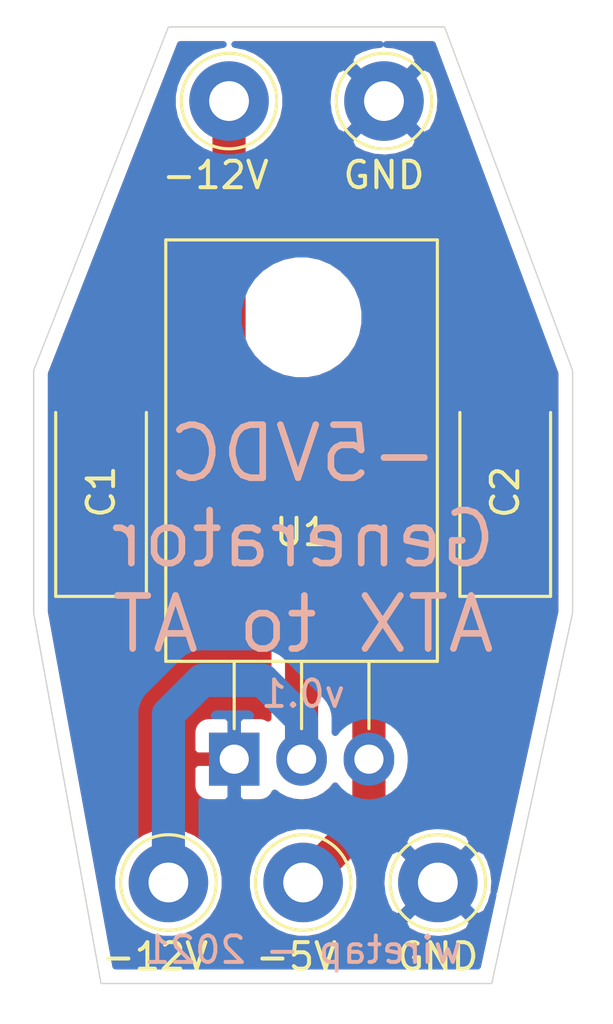
<source format=kicad_pcb>
(kicad_pcb (version 20171130) (host pcbnew "(5.1.6)-1")

  (general
    (thickness 1.6)
    (drawings 12)
    (tracks 14)
    (zones 0)
    (modules 8)
    (nets 4)
  )

  (page A4)
  (layers
    (0 F.Cu signal)
    (31 B.Cu signal)
    (32 B.Adhes user)
    (33 F.Adhes user)
    (34 B.Paste user)
    (35 F.Paste user)
    (36 B.SilkS user)
    (37 F.SilkS user)
    (38 B.Mask user)
    (39 F.Mask user)
    (40 Dwgs.User user)
    (41 Cmts.User user)
    (42 Eco1.User user)
    (43 Eco2.User user)
    (44 Edge.Cuts user)
    (45 Margin user)
    (46 B.CrtYd user)
    (47 F.CrtYd user)
    (48 B.Fab user)
    (49 F.Fab user)
  )

  (setup
    (last_trace_width 1.25)
    (user_trace_width 1.25)
    (user_trace_width 2)
    (trace_clearance 0.2)
    (zone_clearance 0.508)
    (zone_45_only no)
    (trace_min 0.2)
    (via_size 0.8)
    (via_drill 0.4)
    (via_min_size 0.4)
    (via_min_drill 0.3)
    (uvia_size 0.3)
    (uvia_drill 0.1)
    (uvias_allowed no)
    (uvia_min_size 0.2)
    (uvia_min_drill 0.1)
    (edge_width 0.05)
    (segment_width 0.2)
    (pcb_text_width 0.3)
    (pcb_text_size 1.5 1.5)
    (mod_edge_width 0.12)
    (mod_text_size 1 1)
    (mod_text_width 0.15)
    (pad_size 1.524 1.524)
    (pad_drill 0.762)
    (pad_to_mask_clearance 0.05)
    (aux_axis_origin 0 0)
    (visible_elements 7FFFFFFF)
    (pcbplotparams
      (layerselection 0x010fc_ffffffff)
      (usegerberextensions false)
      (usegerberattributes true)
      (usegerberadvancedattributes true)
      (creategerberjobfile true)
      (excludeedgelayer true)
      (linewidth 0.100000)
      (plotframeref false)
      (viasonmask false)
      (mode 1)
      (useauxorigin false)
      (hpglpennumber 1)
      (hpglpenspeed 20)
      (hpglpendiameter 15.000000)
      (psnegative false)
      (psa4output false)
      (plotreference true)
      (plotvalue true)
      (plotinvisibletext false)
      (padsonsilk false)
      (subtractmaskfromsilk false)
      (outputformat 1)
      (mirror false)
      (drillshape 0)
      (scaleselection 1)
      (outputdirectory "//192.168.1.100/Personal/Charlie/~Retro/~PCB's and Kits/-5V ATX to AT/ATX2AT-5v/gerbers/"))
  )

  (net 0 "")
  (net 1 "Net-(C1-Pad1)")
  (net 2 "Net-(C1-Pad2)")
  (net 3 "Net-(C2-Pad2)")

  (net_class Default "This is the default net class."
    (clearance 0.2)
    (trace_width 0.25)
    (via_dia 0.8)
    (via_drill 0.4)
    (uvia_dia 0.3)
    (uvia_drill 0.1)
    (add_net "Net-(C1-Pad1)")
    (add_net "Net-(C1-Pad2)")
    (add_net "Net-(C2-Pad2)")
  )

  (module Capacitor_Tantalum_SMD:CP_EIA-6032-28_Kemet-C_Pad2.25x2.35mm_HandSolder (layer F.Cu) (tedit 5B301BBE) (tstamp 60A583A5)
    (at 121.92 78.242 90)
    (descr "Tantalum Capacitor SMD Kemet-C (6032-28 Metric), IPC_7351 nominal, (Body size from: http://www.kemet.com/Lists/ProductCatalog/Attachments/253/KEM_TC101_STD.pdf), generated with kicad-footprint-generator")
    (tags "capacitor tantalum")
    (path /60A5DFEE)
    (attr smd)
    (fp_text reference C1 (at 0.01 0 90) (layer F.SilkS)
      (effects (font (size 1 1) (thickness 0.15)))
    )
    (fp_text value 2.2uF (at 0 2.55 90) (layer F.Fab)
      (effects (font (size 1 1) (thickness 0.15)))
    )
    (fp_line (start 3.92 1.85) (end -3.92 1.85) (layer F.CrtYd) (width 0.05))
    (fp_line (start 3.92 -1.85) (end 3.92 1.85) (layer F.CrtYd) (width 0.05))
    (fp_line (start -3.92 -1.85) (end 3.92 -1.85) (layer F.CrtYd) (width 0.05))
    (fp_line (start -3.92 1.85) (end -3.92 -1.85) (layer F.CrtYd) (width 0.05))
    (fp_line (start -3.935 1.71) (end 3 1.71) (layer F.SilkS) (width 0.12))
    (fp_line (start -3.935 -1.71) (end -3.935 1.71) (layer F.SilkS) (width 0.12))
    (fp_line (start 3 -1.71) (end -3.935 -1.71) (layer F.SilkS) (width 0.12))
    (fp_line (start 3 1.6) (end 3 -1.6) (layer F.Fab) (width 0.1))
    (fp_line (start -3 1.6) (end 3 1.6) (layer F.Fab) (width 0.1))
    (fp_line (start -3 -0.8) (end -3 1.6) (layer F.Fab) (width 0.1))
    (fp_line (start -2.2 -1.6) (end -3 -0.8) (layer F.Fab) (width 0.1))
    (fp_line (start 3 -1.6) (end -2.2 -1.6) (layer F.Fab) (width 0.1))
    (fp_text user %R (at 0 0 90) (layer F.Fab)
      (effects (font (size 1 1) (thickness 0.15)))
    )
    (pad 1 smd roundrect (at -2.55 0 90) (size 2.25 2.35) (layers F.Cu F.Paste F.Mask) (roundrect_rratio 0.111111)
      (net 1 "Net-(C1-Pad1)"))
    (pad 2 smd roundrect (at 2.55 0 90) (size 2.25 2.35) (layers F.Cu F.Paste F.Mask) (roundrect_rratio 0.111111)
      (net 2 "Net-(C1-Pad2)"))
    (model ${KISYS3DMOD}/Capacitor_Tantalum_SMD.3dshapes/CP_EIA-6032-28_Kemet-C.wrl
      (at (xyz 0 0 0))
      (scale (xyz 1 1 1))
      (rotate (xyz 0 0 0))
    )
  )

  (module Capacitor_Tantalum_SMD:CP_EIA-6032-28_Kemet-C_Pad2.25x2.35mm_HandSolder (layer F.Cu) (tedit 5B301BBE) (tstamp 60A583B8)
    (at 137.16 78.242 90)
    (descr "Tantalum Capacitor SMD Kemet-C (6032-28 Metric), IPC_7351 nominal, (Body size from: http://www.kemet.com/Lists/ProductCatalog/Attachments/253/KEM_TC101_STD.pdf), generated with kicad-footprint-generator")
    (tags "capacitor tantalum")
    (path /60A5E80A)
    (attr smd)
    (fp_text reference C2 (at 0 0 90) (layer F.SilkS)
      (effects (font (size 1 1) (thickness 0.15)))
    )
    (fp_text value 1uF (at 0 2.55 90) (layer F.Fab)
      (effects (font (size 1 1) (thickness 0.15)))
    )
    (fp_line (start 3 -1.6) (end -2.2 -1.6) (layer F.Fab) (width 0.1))
    (fp_line (start -2.2 -1.6) (end -3 -0.8) (layer F.Fab) (width 0.1))
    (fp_line (start -3 -0.8) (end -3 1.6) (layer F.Fab) (width 0.1))
    (fp_line (start -3 1.6) (end 3 1.6) (layer F.Fab) (width 0.1))
    (fp_line (start 3 1.6) (end 3 -1.6) (layer F.Fab) (width 0.1))
    (fp_line (start 3 -1.71) (end -3.935 -1.71) (layer F.SilkS) (width 0.12))
    (fp_line (start -3.935 -1.71) (end -3.935 1.71) (layer F.SilkS) (width 0.12))
    (fp_line (start -3.935 1.71) (end 3 1.71) (layer F.SilkS) (width 0.12))
    (fp_line (start -3.92 1.85) (end -3.92 -1.85) (layer F.CrtYd) (width 0.05))
    (fp_line (start -3.92 -1.85) (end 3.92 -1.85) (layer F.CrtYd) (width 0.05))
    (fp_line (start 3.92 -1.85) (end 3.92 1.85) (layer F.CrtYd) (width 0.05))
    (fp_line (start 3.92 1.85) (end -3.92 1.85) (layer F.CrtYd) (width 0.05))
    (fp_text user %R (at 0 0 90) (layer F.Fab)
      (effects (font (size 1 1) (thickness 0.15)))
    )
    (pad 2 smd roundrect (at 2.55 0 90) (size 2.25 2.35) (layers F.Cu F.Paste F.Mask) (roundrect_rratio 0.111111)
      (net 3 "Net-(C2-Pad2)"))
    (pad 1 smd roundrect (at -2.55 0 90) (size 2.25 2.35) (layers F.Cu F.Paste F.Mask) (roundrect_rratio 0.111111)
      (net 1 "Net-(C1-Pad1)"))
    (model ${KISYS3DMOD}/Capacitor_Tantalum_SMD.3dshapes/CP_EIA-6032-28_Kemet-C.wrl
      (at (xyz 0 0 0))
      (scale (xyz 1 1 1))
      (rotate (xyz 0 0 0))
    )
  )

  (module Connector_Pin:Pin_D1.3mm_L11.0mm_LooseFit (layer F.Cu) (tedit 5A1DC085) (tstamp 60A583C2)
    (at 126.746 63.5)
    (descr "solder Pin_ diameter 1.3mm, hole diameter 1.5mm (loose fit), length 11.0mm")
    (tags "solder Pin_ loose fit")
    (path /60A634BC)
    (fp_text reference -12V (at -0.508 2.794) (layer F.SilkS)
      (effects (font (size 1 1) (thickness 0.15)))
    )
    (fp_text value Conn_01x01 (at 0 -2.05) (layer F.Fab)
      (effects (font (size 1 1) (thickness 0.15)))
    )
    (fp_circle (center 0 0) (end 2 0) (layer F.CrtYd) (width 0.05))
    (fp_circle (center 0 0) (end 0.65 -0.05) (layer F.Fab) (width 0.12))
    (fp_circle (center 0 0) (end 1.25 -0.05) (layer F.Fab) (width 0.12))
    (fp_circle (center 0 0) (end 1.8 0.05) (layer F.SilkS) (width 0.12))
    (fp_text user %R (at 0 2.55) (layer F.Fab)
      (effects (font (size 1 1) (thickness 0.15)))
    )
    (pad 1 thru_hole circle (at 0 0) (size 3 3) (drill 1.5) (layers *.Cu *.Mask)
      (net 2 "Net-(C1-Pad2)"))
    (model ${KISYS3DMOD}/Connector_Pin.3dshapes/Pin_D1.3mm_L11.0mm_LooseFit.wrl
      (at (xyz 0 0 0))
      (scale (xyz 1 1 1))
      (rotate (xyz 0 0 0))
    )
  )

  (module Connector_Pin:Pin_D1.3mm_L11.0mm_LooseFit (layer F.Cu) (tedit 5A1DC085) (tstamp 60A583CC)
    (at 132.588 63.5)
    (descr "solder Pin_ diameter 1.3mm, hole diameter 1.5mm (loose fit), length 11.0mm")
    (tags "solder Pin_ loose fit")
    (path /60A61F7E)
    (fp_text reference GND (at 0 2.794) (layer F.SilkS)
      (effects (font (size 1 1) (thickness 0.15)))
    )
    (fp_text value Conn_01x01 (at 0 -2.05) (layer F.Fab)
      (effects (font (size 1 1) (thickness 0.15)))
    )
    (fp_circle (center 0 0) (end 1.8 0.05) (layer F.SilkS) (width 0.12))
    (fp_circle (center 0 0) (end 1.25 -0.05) (layer F.Fab) (width 0.12))
    (fp_circle (center 0 0) (end 0.65 -0.05) (layer F.Fab) (width 0.12))
    (fp_circle (center 0 0) (end 2 0) (layer F.CrtYd) (width 0.05))
    (fp_text user %R (at 0 2.55) (layer F.Fab)
      (effects (font (size 1 1) (thickness 0.15)))
    )
    (pad 1 thru_hole circle (at 0 0) (size 3 3) (drill 1.5) (layers *.Cu *.Mask)
      (net 1 "Net-(C1-Pad1)"))
    (model ${KISYS3DMOD}/Connector_Pin.3dshapes/Pin_D1.3mm_L11.0mm_LooseFit.wrl
      (at (xyz 0 0 0))
      (scale (xyz 1 1 1))
      (rotate (xyz 0 0 0))
    )
  )

  (module Connector_Pin:Pin_D1.3mm_L11.0mm_LooseFit (layer F.Cu) (tedit 5A1DC085) (tstamp 60A583D6)
    (at 124.46 92.964)
    (descr "solder Pin_ diameter 1.3mm, hole diameter 1.5mm (loose fit), length 11.0mm")
    (tags "solder Pin_ loose fit")
    (path /60A6B338)
    (fp_text reference -12V (at -0.508 2.794) (layer F.SilkS)
      (effects (font (size 1 1) (thickness 0.15)))
    )
    (fp_text value Conn_01x01 (at 0 -2.05) (layer F.Fab)
      (effects (font (size 1 1) (thickness 0.15)))
    )
    (fp_circle (center 0 0) (end 1.8 0.05) (layer F.SilkS) (width 0.12))
    (fp_circle (center 0 0) (end 1.25 -0.05) (layer F.Fab) (width 0.12))
    (fp_circle (center 0 0) (end 0.65 -0.05) (layer F.Fab) (width 0.12))
    (fp_circle (center 0 0) (end 2 0) (layer F.CrtYd) (width 0.05))
    (fp_text user %R (at 0 2.55) (layer F.Fab)
      (effects (font (size 1 1) (thickness 0.15)))
    )
    (pad 1 thru_hole circle (at 0 0) (size 3 3) (drill 1.5) (layers *.Cu *.Mask)
      (net 2 "Net-(C1-Pad2)"))
    (model ${KISYS3DMOD}/Connector_Pin.3dshapes/Pin_D1.3mm_L11.0mm_LooseFit.wrl
      (at (xyz 0 0 0))
      (scale (xyz 1 1 1))
      (rotate (xyz 0 0 0))
    )
  )

  (module Connector_Pin:Pin_D1.3mm_L11.0mm_LooseFit (layer F.Cu) (tedit 5A1DC085) (tstamp 60A583E0)
    (at 129.54 92.964)
    (descr "solder Pin_ diameter 1.3mm, hole diameter 1.5mm (loose fit), length 11.0mm")
    (tags "solder Pin_ loose fit")
    (path /60A64D7F)
    (fp_text reference -5V (at -0.254 2.794) (layer F.SilkS)
      (effects (font (size 1 1) (thickness 0.15)))
    )
    (fp_text value Conn_01x01 (at 0 -2.05) (layer F.Fab)
      (effects (font (size 1 1) (thickness 0.15)))
    )
    (fp_circle (center 0 0) (end 2 0) (layer F.CrtYd) (width 0.05))
    (fp_circle (center 0 0) (end 0.65 -0.05) (layer F.Fab) (width 0.12))
    (fp_circle (center 0 0) (end 1.25 -0.05) (layer F.Fab) (width 0.12))
    (fp_circle (center 0 0) (end 1.8 0.05) (layer F.SilkS) (width 0.12))
    (fp_text user %R (at 0 2.55) (layer F.Fab)
      (effects (font (size 1 1) (thickness 0.15)))
    )
    (pad 1 thru_hole circle (at 0 0) (size 3 3) (drill 1.5) (layers *.Cu *.Mask)
      (net 3 "Net-(C2-Pad2)"))
    (model ${KISYS3DMOD}/Connector_Pin.3dshapes/Pin_D1.3mm_L11.0mm_LooseFit.wrl
      (at (xyz 0 0 0))
      (scale (xyz 1 1 1))
      (rotate (xyz 0 0 0))
    )
  )

  (module Connector_Pin:Pin_D1.3mm_L11.0mm_LooseFit (layer F.Cu) (tedit 5A1DC085) (tstamp 60A583EA)
    (at 134.62 92.964)
    (descr "solder Pin_ diameter 1.3mm, hole diameter 1.5mm (loose fit), length 11.0mm")
    (tags "solder Pin_ loose fit")
    (path /60A63FC2)
    (fp_text reference GND (at 0 2.794) (layer F.SilkS)
      (effects (font (size 1 1) (thickness 0.15)))
    )
    (fp_text value Conn_01x01 (at 0 -2.05) (layer F.Fab)
      (effects (font (size 1 1) (thickness 0.15)))
    )
    (fp_circle (center 0 0) (end 1.8 0.05) (layer F.SilkS) (width 0.12))
    (fp_circle (center 0 0) (end 1.25 -0.05) (layer F.Fab) (width 0.12))
    (fp_circle (center 0 0) (end 0.65 -0.05) (layer F.Fab) (width 0.12))
    (fp_circle (center 0 0) (end 2 0) (layer F.CrtYd) (width 0.05))
    (fp_text user %R (at 0 2.55) (layer F.Fab)
      (effects (font (size 1 1) (thickness 0.15)))
    )
    (pad 1 thru_hole circle (at 0 0) (size 3 3) (drill 1.5) (layers *.Cu *.Mask)
      (net 1 "Net-(C1-Pad1)"))
    (model ${KISYS3DMOD}/Connector_Pin.3dshapes/Pin_D1.3mm_L11.0mm_LooseFit.wrl
      (at (xyz 0 0 0))
      (scale (xyz 1 1 1))
      (rotate (xyz 0 0 0))
    )
  )

  (module Package_TO_SOT_THT:TO-220-3_Horizontal_TabDown (layer F.Cu) (tedit 5AC8BA0D) (tstamp 60A5840A)
    (at 126.941001 88.315001)
    (descr "TO-220-3, Horizontal, RM 2.54mm, see https://www.vishay.com/docs/66542/to-220-1.pdf")
    (tags "TO-220-3 Horizontal RM 2.54mm")
    (path /60A56D44)
    (fp_text reference U1 (at 2.54 -8.559001) (layer F.SilkS)
      (effects (font (size 1 1) (thickness 0.15)))
    )
    (fp_text value LM7905_TO220 (at 2.54 2) (layer F.Fab)
      (effects (font (size 1 1) (thickness 0.15)))
    )
    (fp_line (start 7.79 -19.71) (end -2.71 -19.71) (layer F.CrtYd) (width 0.05))
    (fp_line (start 7.79 1.25) (end 7.79 -19.71) (layer F.CrtYd) (width 0.05))
    (fp_line (start -2.71 1.25) (end 7.79 1.25) (layer F.CrtYd) (width 0.05))
    (fp_line (start -2.71 -19.71) (end -2.71 1.25) (layer F.CrtYd) (width 0.05))
    (fp_line (start 5.08 -3.69) (end 5.08 -1.15) (layer F.SilkS) (width 0.12))
    (fp_line (start 2.54 -3.69) (end 2.54 -1.15) (layer F.SilkS) (width 0.12))
    (fp_line (start 0 -3.69) (end 0 -1.15) (layer F.SilkS) (width 0.12))
    (fp_line (start 7.66 -19.58) (end 7.66 -3.69) (layer F.SilkS) (width 0.12))
    (fp_line (start -2.58 -19.58) (end -2.58 -3.69) (layer F.SilkS) (width 0.12))
    (fp_line (start -2.58 -19.58) (end 7.66 -19.58) (layer F.SilkS) (width 0.12))
    (fp_line (start -2.58 -3.69) (end 7.66 -3.69) (layer F.SilkS) (width 0.12))
    (fp_line (start 5.08 -3.81) (end 5.08 0) (layer F.Fab) (width 0.1))
    (fp_line (start 2.54 -3.81) (end 2.54 0) (layer F.Fab) (width 0.1))
    (fp_line (start 0 -3.81) (end 0 0) (layer F.Fab) (width 0.1))
    (fp_line (start 7.54 -3.81) (end -2.46 -3.81) (layer F.Fab) (width 0.1))
    (fp_line (start 7.54 -13.06) (end 7.54 -3.81) (layer F.Fab) (width 0.1))
    (fp_line (start -2.46 -13.06) (end 7.54 -13.06) (layer F.Fab) (width 0.1))
    (fp_line (start -2.46 -3.81) (end -2.46 -13.06) (layer F.Fab) (width 0.1))
    (fp_line (start 7.54 -13.06) (end -2.46 -13.06) (layer F.Fab) (width 0.1))
    (fp_line (start 7.54 -19.46) (end 7.54 -13.06) (layer F.Fab) (width 0.1))
    (fp_line (start -2.46 -19.46) (end 7.54 -19.46) (layer F.Fab) (width 0.1))
    (fp_line (start -2.46 -13.06) (end -2.46 -19.46) (layer F.Fab) (width 0.1))
    (fp_circle (center 2.54 -16.66) (end 4.39 -16.66) (layer F.Fab) (width 0.1))
    (fp_text user %R (at 2.54 -20.58) (layer F.Fab)
      (effects (font (size 1 1) (thickness 0.15)))
    )
    (pad "" np_thru_hole oval (at 2.54 -16.66) (size 3.5 3.5) (drill 3.5) (layers *.Cu *.Mask))
    (pad 1 thru_hole rect (at 0 0) (size 1.905 2) (drill 1.1) (layers *.Cu *.Mask)
      (net 1 "Net-(C1-Pad1)"))
    (pad 2 thru_hole oval (at 2.54 0) (size 1.905 2) (drill 1.1) (layers *.Cu *.Mask)
      (net 2 "Net-(C1-Pad2)"))
    (pad 3 thru_hole oval (at 5.08 0) (size 1.905 2) (drill 1.1) (layers *.Cu *.Mask)
      (net 3 "Net-(C2-Pad2)"))
    (model ${KISYS3DMOD}/Package_TO_SOT_THT.3dshapes/TO-220-3_Horizontal_TabDown.wrl
      (at (xyz 0 0 0))
      (scale (xyz 1 1 1))
      (rotate (xyz 0 0 0))
    )
  )

  (gr_text v0.1 (at 129.54 85.852) (layer B.SilkS)
    (effects (font (size 1 1) (thickness 0.15)) (justify mirror))
  )
  (gr_text "-5VDC\nGenerator\nATX to AT" (at 129.54 80.01) (layer B.SilkS)
    (effects (font (size 2 2) (thickness 0.25)) (justify mirror))
  )
  (gr_text "wiretap - 2021" (at 129.54 95.504) (layer B.SilkS)
    (effects (font (size 1 1) (thickness 0.15)) (justify mirror))
  )
  (gr_line (start 139.7 82.804) (end 139.7 73.66) (layer Edge.Cuts) (width 0.05) (tstamp 60A588E3))
  (gr_line (start 136.652 96.774) (end 139.7 82.804) (layer Edge.Cuts) (width 0.05))
  (gr_line (start 136.398 96.774) (end 136.652 96.774) (layer Edge.Cuts) (width 0.05))
  (gr_line (start 121.92 96.774) (end 136.398 96.774) (layer Edge.Cuts) (width 0.05))
  (gr_line (start 119.38 82.804) (end 121.92 96.774) (layer Edge.Cuts) (width 0.05))
  (gr_line (start 119.38 73.66) (end 119.38 82.804) (layer Edge.Cuts) (width 0.05))
  (gr_line (start 119.38 73.66) (end 124.46 60.706) (layer Edge.Cuts) (width 0.05) (tstamp 60A58760))
  (gr_line (start 134.874 60.706) (end 139.7 73.66) (layer Edge.Cuts) (width 0.05))
  (gr_line (start 124.46 60.706) (end 134.874 60.706) (layer Edge.Cuts) (width 0.05))

  (segment (start 121.92 75.692) (end 122.936 75.692) (width 1.25) (layer F.Cu) (net 2))
  (segment (start 129.481001 88.315001) (end 129.481001 78.427001) (width 1.25) (layer F.Cu) (net 2))
  (segment (start 126.746 75.692) (end 126.746 63.5) (width 1.25) (layer F.Cu) (net 2))
  (segment (start 129.481001 78.427001) (end 126.746 75.692) (width 1.25) (layer F.Cu) (net 2))
  (segment (start 126.746 75.692) (end 121.92 75.692) (width 1.25) (layer F.Cu) (net 2))
  (segment (start 124.46 86.614) (end 124.46 92.964) (width 1.25) (layer B.Cu) (net 2))
  (segment (start 128.016 85.344) (end 125.73 85.344) (width 1.25) (layer B.Cu) (net 2))
  (segment (start 125.73 85.344) (end 124.46 86.614) (width 1.25) (layer B.Cu) (net 2))
  (segment (start 129.481001 88.315001) (end 129.481001 86.809001) (width 1.25) (layer B.Cu) (net 2))
  (segment (start 129.481001 86.809001) (end 128.016 85.344) (width 1.25) (layer B.Cu) (net 2))
  (segment (start 132.021001 90.482999) (end 129.54 92.964) (width 1.25) (layer F.Cu) (net 3))
  (segment (start 132.021001 88.315001) (end 132.021001 90.482999) (width 1.25) (layer F.Cu) (net 3))
  (segment (start 132.021001 80.830999) (end 137.16 75.692) (width 1.25) (layer F.Cu) (net 3))
  (segment (start 132.021001 88.315001) (end 132.021001 80.830999) (width 1.25) (layer F.Cu) (net 3))

  (zone (net 1) (net_name "Net-(C1-Pad1)") (layer F.Cu) (tstamp 0) (hatch edge 0.508)
    (connect_pads (clearance 0.508))
    (min_thickness 0.254)
    (fill yes (arc_segments 32) (thermal_gap 0.508) (thermal_bridge_width 0.508))
    (polygon
      (pts
        (xy 140.97 98.298) (xy 118.11 98.298) (xy 118.11 59.69) (xy 140.97 59.69)
      )
    )
    (filled_polygon
      (pts
        (xy 126.123244 61.447047) (xy 125.734698 61.607988) (xy 125.385017 61.841637) (xy 125.087637 62.139017) (xy 124.853988 62.488698)
        (xy 124.693047 62.877244) (xy 124.611 63.289721) (xy 124.611 63.710279) (xy 124.693047 64.122756) (xy 124.853988 64.511302)
        (xy 125.087637 64.860983) (xy 125.385017 65.158363) (xy 125.486001 65.225838) (xy 125.486 74.432) (xy 123.641339 74.432)
        (xy 123.583405 74.323613) (xy 123.472962 74.189038) (xy 123.338387 74.078595) (xy 123.184851 73.996528) (xy 123.018255 73.945992)
        (xy 122.845001 73.928928) (xy 120.994999 73.928928) (xy 120.821745 73.945992) (xy 120.655149 73.996528) (xy 120.501613 74.078595)
        (xy 120.367038 74.189038) (xy 120.256595 74.323613) (xy 120.174528 74.477149) (xy 120.123992 74.643745) (xy 120.106928 74.816999)
        (xy 120.106928 76.567001) (xy 120.123992 76.740255) (xy 120.174528 76.906851) (xy 120.256595 77.060387) (xy 120.367038 77.194962)
        (xy 120.501613 77.305405) (xy 120.655149 77.387472) (xy 120.821745 77.438008) (xy 120.994999 77.455072) (xy 122.845001 77.455072)
        (xy 123.018255 77.438008) (xy 123.184851 77.387472) (xy 123.338387 77.305405) (xy 123.472962 77.194962) (xy 123.583405 77.060387)
        (xy 123.641339 76.952) (xy 126.224092 76.952) (xy 128.221002 78.948911) (xy 128.221001 86.770035) (xy 128.137681 86.725499)
        (xy 128.017983 86.689189) (xy 127.893501 86.676929) (xy 127.226751 86.680001) (xy 127.068001 86.838751) (xy 127.068001 88.188001)
        (xy 127.088001 88.188001) (xy 127.088001 88.442001) (xy 127.068001 88.442001) (xy 127.068001 89.791251) (xy 127.226751 89.950001)
        (xy 127.893501 89.953073) (xy 128.017983 89.940813) (xy 128.137681 89.904503) (xy 128.247995 89.845538) (xy 128.344686 89.766186)
        (xy 128.424038 89.669495) (xy 128.468906 89.585554) (xy 128.594767 89.688846) (xy 128.870553 89.836256) (xy 129.169798 89.927031)
        (xy 129.481001 89.957682) (xy 129.792205 89.927031) (xy 130.09145 89.836256) (xy 130.367236 89.688846) (xy 130.608964 89.490464)
        (xy 130.751001 89.317392) (xy 130.761001 89.329578) (xy 130.761002 89.961089) (xy 129.869397 90.852694) (xy 129.750279 90.829)
        (xy 129.329721 90.829) (xy 128.917244 90.911047) (xy 128.528698 91.071988) (xy 128.179017 91.305637) (xy 127.881637 91.603017)
        (xy 127.647988 91.952698) (xy 127.487047 92.341244) (xy 127.405 92.753721) (xy 127.405 93.174279) (xy 127.487047 93.586756)
        (xy 127.647988 93.975302) (xy 127.881637 94.324983) (xy 128.179017 94.622363) (xy 128.528698 94.856012) (xy 128.917244 95.016953)
        (xy 129.329721 95.099) (xy 129.750279 95.099) (xy 130.162756 95.016953) (xy 130.551302 94.856012) (xy 130.900983 94.622363)
        (xy 131.067693 94.455653) (xy 133.307952 94.455653) (xy 133.463962 94.771214) (xy 133.838745 94.96202) (xy 134.243551 95.076044)
        (xy 134.662824 95.108902) (xy 135.080451 95.059334) (xy 135.480383 94.929243) (xy 135.776038 94.771214) (xy 135.932048 94.455653)
        (xy 134.62 93.143605) (xy 133.307952 94.455653) (xy 131.067693 94.455653) (xy 131.198363 94.324983) (xy 131.432012 93.975302)
        (xy 131.592953 93.586756) (xy 131.675 93.174279) (xy 131.675 93.006824) (xy 132.475098 93.006824) (xy 132.524666 93.424451)
        (xy 132.654757 93.824383) (xy 132.812786 94.120038) (xy 133.128347 94.276048) (xy 134.440395 92.964) (xy 133.128347 91.651952)
        (xy 132.812786 91.807962) (xy 132.62198 92.182745) (xy 132.507956 92.587551) (xy 132.475098 93.006824) (xy 131.675 93.006824)
        (xy 131.675 92.753721) (xy 131.651306 92.634603) (xy 132.813562 91.472347) (xy 133.307952 91.472347) (xy 134.62 92.784395)
        (xy 135.932048 91.472347) (xy 135.776038 91.156786) (xy 135.401255 90.96598) (xy 134.996449 90.851956) (xy 134.577176 90.819098)
        (xy 134.159549 90.868666) (xy 133.759617 90.998757) (xy 133.463962 91.156786) (xy 133.307952 91.472347) (xy 132.813562 91.472347)
        (xy 132.868191 91.417718) (xy 132.916266 91.378264) (xy 133.073721 91.186404) (xy 133.190721 90.967513) (xy 133.262769 90.730002)
        (xy 133.281001 90.544892) (xy 133.281001 90.544883) (xy 133.287096 90.483) (xy 133.281001 90.421117) (xy 133.281001 89.329577)
        (xy 133.347346 89.248735) (xy 133.494756 88.972949) (xy 133.585531 88.673704) (xy 133.608501 88.440486) (xy 133.608501 88.189515)
        (xy 133.585531 87.956297) (xy 133.494756 87.657052) (xy 133.347346 87.381266) (xy 133.281001 87.300425) (xy 133.281001 81.917)
        (xy 135.346928 81.917) (xy 135.359188 82.041482) (xy 135.395498 82.16118) (xy 135.454463 82.271494) (xy 135.533815 82.368185)
        (xy 135.630506 82.447537) (xy 135.74082 82.506502) (xy 135.860518 82.542812) (xy 135.985 82.555072) (xy 136.87425 82.552)
        (xy 137.033 82.39325) (xy 137.033 80.919) (xy 137.287 80.919) (xy 137.287 82.39325) (xy 137.44575 82.552)
        (xy 138.335 82.555072) (xy 138.459482 82.542812) (xy 138.57918 82.506502) (xy 138.689494 82.447537) (xy 138.786185 82.368185)
        (xy 138.865537 82.271494) (xy 138.924502 82.16118) (xy 138.960812 82.041482) (xy 138.973072 81.917) (xy 138.97 81.07775)
        (xy 138.81125 80.919) (xy 137.287 80.919) (xy 137.033 80.919) (xy 135.50875 80.919) (xy 135.35 81.07775)
        (xy 135.346928 81.917) (xy 133.281001 81.917) (xy 133.281001 81.352907) (xy 134.966908 79.667) (xy 135.346928 79.667)
        (xy 135.35 80.50625) (xy 135.50875 80.665) (xy 137.033 80.665) (xy 137.033 79.19075) (xy 137.287 79.19075)
        (xy 137.287 80.665) (xy 138.81125 80.665) (xy 138.97 80.50625) (xy 138.973072 79.667) (xy 138.960812 79.542518)
        (xy 138.924502 79.42282) (xy 138.865537 79.312506) (xy 138.786185 79.215815) (xy 138.689494 79.136463) (xy 138.57918 79.077498)
        (xy 138.459482 79.041188) (xy 138.335 79.028928) (xy 137.44575 79.032) (xy 137.287 79.19075) (xy 137.033 79.19075)
        (xy 136.87425 79.032) (xy 135.985 79.028928) (xy 135.860518 79.041188) (xy 135.74082 79.077498) (xy 135.630506 79.136463)
        (xy 135.533815 79.215815) (xy 135.454463 79.312506) (xy 135.395498 79.42282) (xy 135.359188 79.542518) (xy 135.346928 79.667)
        (xy 134.966908 79.667) (xy 137.178837 77.455072) (xy 138.085001 77.455072) (xy 138.258255 77.438008) (xy 138.424851 77.387472)
        (xy 138.578387 77.305405) (xy 138.712962 77.194962) (xy 138.823405 77.060387) (xy 138.905472 76.906851) (xy 138.956008 76.740255)
        (xy 138.973072 76.567001) (xy 138.973072 74.816999) (xy 138.956008 74.643745) (xy 138.905472 74.477149) (xy 138.823405 74.323613)
        (xy 138.712962 74.189038) (xy 138.578387 74.078595) (xy 138.424851 73.996528) (xy 138.258255 73.945992) (xy 138.085001 73.928928)
        (xy 136.234999 73.928928) (xy 136.061745 73.945992) (xy 135.895149 73.996528) (xy 135.741613 74.078595) (xy 135.607038 74.189038)
        (xy 135.496595 74.323613) (xy 135.414528 74.477149) (xy 135.363992 74.643745) (xy 135.346928 74.816999) (xy 135.346928 75.723163)
        (xy 131.173812 79.89628) (xy 131.125737 79.935734) (xy 131.086283 79.983809) (xy 131.086282 79.98381) (xy 130.968281 80.127594)
        (xy 130.851281 80.346486) (xy 130.779234 80.583996) (xy 130.754906 80.830999) (xy 130.761002 80.892892) (xy 130.761001 87.300425)
        (xy 130.751001 87.31261) (xy 130.741001 87.300425) (xy 130.741001 78.488894) (xy 130.747097 78.427001) (xy 130.722769 78.179998)
        (xy 130.650721 77.942487) (xy 130.533721 77.723596) (xy 130.41572 77.579811) (xy 130.376266 77.531736) (xy 130.328191 77.492282)
        (xy 128.006 75.170092) (xy 128.006 73.537852) (xy 128.35128 73.768561) (xy 128.785322 73.948347) (xy 129.246099 74.040001)
        (xy 129.715903 74.040001) (xy 130.17668 73.948347) (xy 130.610722 73.768561) (xy 131.00135 73.507551) (xy 131.333551 73.17535)
        (xy 131.594561 72.784722) (xy 131.774347 72.35068) (xy 131.866001 71.889903) (xy 131.866001 71.420099) (xy 131.774347 70.959322)
        (xy 131.594561 70.52528) (xy 131.333551 70.134652) (xy 131.00135 69.802451) (xy 130.610722 69.541441) (xy 130.17668 69.361655)
        (xy 129.715903 69.270001) (xy 129.246099 69.270001) (xy 128.785322 69.361655) (xy 128.35128 69.541441) (xy 128.006 69.77215)
        (xy 128.006 65.225838) (xy 128.106983 65.158363) (xy 128.273693 64.991653) (xy 131.275952 64.991653) (xy 131.431962 65.307214)
        (xy 131.806745 65.49802) (xy 132.211551 65.612044) (xy 132.630824 65.644902) (xy 133.048451 65.595334) (xy 133.448383 65.465243)
        (xy 133.744038 65.307214) (xy 133.900048 64.991653) (xy 132.588 63.679605) (xy 131.275952 64.991653) (xy 128.273693 64.991653)
        (xy 128.404363 64.860983) (xy 128.638012 64.511302) (xy 128.798953 64.122756) (xy 128.881 63.710279) (xy 128.881 63.542824)
        (xy 130.443098 63.542824) (xy 130.492666 63.960451) (xy 130.622757 64.360383) (xy 130.780786 64.656038) (xy 131.096347 64.812048)
        (xy 132.408395 63.5) (xy 132.767605 63.5) (xy 134.079653 64.812048) (xy 134.395214 64.656038) (xy 134.58602 64.281255)
        (xy 134.700044 63.876449) (xy 134.732902 63.457176) (xy 134.683334 63.039549) (xy 134.553243 62.639617) (xy 134.395214 62.343962)
        (xy 134.079653 62.187952) (xy 132.767605 63.5) (xy 132.408395 63.5) (xy 131.096347 62.187952) (xy 130.780786 62.343962)
        (xy 130.58998 62.718745) (xy 130.475956 63.123551) (xy 130.443098 63.542824) (xy 128.881 63.542824) (xy 128.881 63.289721)
        (xy 128.798953 62.877244) (xy 128.638012 62.488698) (xy 128.404363 62.139017) (xy 128.106983 61.841637) (xy 127.757302 61.607988)
        (xy 127.368756 61.447047) (xy 126.961306 61.366) (xy 132.453323 61.366) (xy 132.127549 61.404666) (xy 131.727617 61.534757)
        (xy 131.431962 61.692786) (xy 131.275952 62.008347) (xy 132.588 63.320395) (xy 133.900048 62.008347) (xy 133.744038 61.692786)
        (xy 133.369255 61.50198) (xy 132.964449 61.387956) (xy 132.684287 61.366) (xy 134.41557 61.366) (xy 139.040001 73.778952)
        (xy 139.04 82.732837) (xy 136.735649 93.294445) (xy 136.764902 92.921176) (xy 136.715334 92.503549) (xy 136.585243 92.103617)
        (xy 136.427214 91.807962) (xy 136.111653 91.651952) (xy 134.799605 92.964) (xy 136.111653 94.276048) (xy 136.427214 94.120038)
        (xy 136.61802 93.745255) (xy 136.70351 93.441749) (xy 136.120474 96.114) (xy 122.47082 96.114) (xy 121.859861 92.753721)
        (xy 122.325 92.753721) (xy 122.325 93.174279) (xy 122.407047 93.586756) (xy 122.567988 93.975302) (xy 122.801637 94.324983)
        (xy 123.099017 94.622363) (xy 123.448698 94.856012) (xy 123.837244 95.016953) (xy 124.249721 95.099) (xy 124.670279 95.099)
        (xy 125.082756 95.016953) (xy 125.471302 94.856012) (xy 125.820983 94.622363) (xy 126.118363 94.324983) (xy 126.352012 93.975302)
        (xy 126.512953 93.586756) (xy 126.595 93.174279) (xy 126.595 92.753721) (xy 126.512953 92.341244) (xy 126.352012 91.952698)
        (xy 126.118363 91.603017) (xy 125.820983 91.305637) (xy 125.471302 91.071988) (xy 125.082756 90.911047) (xy 124.670279 90.829)
        (xy 124.249721 90.829) (xy 123.837244 90.911047) (xy 123.448698 91.071988) (xy 123.099017 91.305637) (xy 122.801637 91.603017)
        (xy 122.567988 91.952698) (xy 122.407047 92.341244) (xy 122.325 92.753721) (xy 121.859861 92.753721) (xy 121.234639 89.315001)
        (xy 125.350429 89.315001) (xy 125.362689 89.439483) (xy 125.398999 89.559181) (xy 125.457964 89.669495) (xy 125.537316 89.766186)
        (xy 125.634007 89.845538) (xy 125.744321 89.904503) (xy 125.864019 89.940813) (xy 125.988501 89.953073) (xy 126.655251 89.950001)
        (xy 126.814001 89.791251) (xy 126.814001 88.442001) (xy 125.512251 88.442001) (xy 125.353501 88.600751) (xy 125.350429 89.315001)
        (xy 121.234639 89.315001) (xy 120.871003 87.315001) (xy 125.350429 87.315001) (xy 125.353501 88.029251) (xy 125.512251 88.188001)
        (xy 126.814001 88.188001) (xy 126.814001 86.838751) (xy 126.655251 86.680001) (xy 125.988501 86.676929) (xy 125.864019 86.689189)
        (xy 125.744321 86.725499) (xy 125.634007 86.784464) (xy 125.537316 86.863816) (xy 125.457964 86.960507) (xy 125.398999 87.070821)
        (xy 125.362689 87.190519) (xy 125.350429 87.315001) (xy 120.871003 87.315001) (xy 120.04 82.744493) (xy 120.04 81.917)
        (xy 120.106928 81.917) (xy 120.119188 82.041482) (xy 120.155498 82.16118) (xy 120.214463 82.271494) (xy 120.293815 82.368185)
        (xy 120.390506 82.447537) (xy 120.50082 82.506502) (xy 120.620518 82.542812) (xy 120.745 82.555072) (xy 121.63425 82.552)
        (xy 121.793 82.39325) (xy 121.793 80.919) (xy 122.047 80.919) (xy 122.047 82.39325) (xy 122.20575 82.552)
        (xy 123.095 82.555072) (xy 123.219482 82.542812) (xy 123.33918 82.506502) (xy 123.449494 82.447537) (xy 123.546185 82.368185)
        (xy 123.625537 82.271494) (xy 123.684502 82.16118) (xy 123.720812 82.041482) (xy 123.733072 81.917) (xy 123.73 81.07775)
        (xy 123.57125 80.919) (xy 122.047 80.919) (xy 121.793 80.919) (xy 120.26875 80.919) (xy 120.11 81.07775)
        (xy 120.106928 81.917) (xy 120.04 81.917) (xy 120.04 79.667) (xy 120.106928 79.667) (xy 120.11 80.50625)
        (xy 120.26875 80.665) (xy 121.793 80.665) (xy 121.793 79.19075) (xy 122.047 79.19075) (xy 122.047 80.665)
        (xy 123.57125 80.665) (xy 123.73 80.50625) (xy 123.733072 79.667) (xy 123.720812 79.542518) (xy 123.684502 79.42282)
        (xy 123.625537 79.312506) (xy 123.546185 79.215815) (xy 123.449494 79.136463) (xy 123.33918 79.077498) (xy 123.219482 79.041188)
        (xy 123.095 79.028928) (xy 122.20575 79.032) (xy 122.047 79.19075) (xy 121.793 79.19075) (xy 121.63425 79.032)
        (xy 120.745 79.028928) (xy 120.620518 79.041188) (xy 120.50082 79.077498) (xy 120.390506 79.136463) (xy 120.293815 79.215815)
        (xy 120.214463 79.312506) (xy 120.155498 79.42282) (xy 120.119188 79.542518) (xy 120.106928 79.667) (xy 120.04 79.667)
        (xy 120.04 73.784783) (xy 124.910111 61.366) (xy 126.530694 61.366)
      )
    )
  )
  (zone (net 1) (net_name "Net-(C1-Pad1)") (layer B.Cu) (tstamp 0) (hatch edge 0.508)
    (connect_pads (clearance 0.508))
    (min_thickness 0.254)
    (fill yes (arc_segments 32) (thermal_gap 0.508) (thermal_bridge_width 0.508))
    (polygon
      (pts
        (xy 141.224 98.298) (xy 118.11 98.298) (xy 118.11 59.69) (xy 140.97 59.69)
      )
    )
    (filled_polygon
      (pts
        (xy 126.123244 61.447047) (xy 125.734698 61.607988) (xy 125.385017 61.841637) (xy 125.087637 62.139017) (xy 124.853988 62.488698)
        (xy 124.693047 62.877244) (xy 124.611 63.289721) (xy 124.611 63.710279) (xy 124.693047 64.122756) (xy 124.853988 64.511302)
        (xy 125.087637 64.860983) (xy 125.385017 65.158363) (xy 125.734698 65.392012) (xy 126.123244 65.552953) (xy 126.535721 65.635)
        (xy 126.956279 65.635) (xy 127.368756 65.552953) (xy 127.757302 65.392012) (xy 128.106983 65.158363) (xy 128.273693 64.991653)
        (xy 131.275952 64.991653) (xy 131.431962 65.307214) (xy 131.806745 65.49802) (xy 132.211551 65.612044) (xy 132.630824 65.644902)
        (xy 133.048451 65.595334) (xy 133.448383 65.465243) (xy 133.744038 65.307214) (xy 133.900048 64.991653) (xy 132.588 63.679605)
        (xy 131.275952 64.991653) (xy 128.273693 64.991653) (xy 128.404363 64.860983) (xy 128.638012 64.511302) (xy 128.798953 64.122756)
        (xy 128.881 63.710279) (xy 128.881 63.542824) (xy 130.443098 63.542824) (xy 130.492666 63.960451) (xy 130.622757 64.360383)
        (xy 130.780786 64.656038) (xy 131.096347 64.812048) (xy 132.408395 63.5) (xy 132.767605 63.5) (xy 134.079653 64.812048)
        (xy 134.395214 64.656038) (xy 134.58602 64.281255) (xy 134.700044 63.876449) (xy 134.732902 63.457176) (xy 134.683334 63.039549)
        (xy 134.553243 62.639617) (xy 134.395214 62.343962) (xy 134.079653 62.187952) (xy 132.767605 63.5) (xy 132.408395 63.5)
        (xy 131.096347 62.187952) (xy 130.780786 62.343962) (xy 130.58998 62.718745) (xy 130.475956 63.123551) (xy 130.443098 63.542824)
        (xy 128.881 63.542824) (xy 128.881 63.289721) (xy 128.798953 62.877244) (xy 128.638012 62.488698) (xy 128.404363 62.139017)
        (xy 128.106983 61.841637) (xy 127.757302 61.607988) (xy 127.368756 61.447047) (xy 126.961306 61.366) (xy 132.453323 61.366)
        (xy 132.127549 61.404666) (xy 131.727617 61.534757) (xy 131.431962 61.692786) (xy 131.275952 62.008347) (xy 132.588 63.320395)
        (xy 133.900048 62.008347) (xy 133.744038 61.692786) (xy 133.369255 61.50198) (xy 132.964449 61.387956) (xy 132.684287 61.366)
        (xy 134.41557 61.366) (xy 139.040001 73.778952) (xy 139.04 82.732837) (xy 136.735649 93.294445) (xy 136.764902 92.921176)
        (xy 136.715334 92.503549) (xy 136.585243 92.103617) (xy 136.427214 91.807962) (xy 136.111653 91.651952) (xy 134.799605 92.964)
        (xy 136.111653 94.276048) (xy 136.427214 94.120038) (xy 136.61802 93.745255) (xy 136.70351 93.441749) (xy 136.120474 96.114)
        (xy 122.47082 96.114) (xy 121.859861 92.753721) (xy 122.325 92.753721) (xy 122.325 93.174279) (xy 122.407047 93.586756)
        (xy 122.567988 93.975302) (xy 122.801637 94.324983) (xy 123.099017 94.622363) (xy 123.448698 94.856012) (xy 123.837244 95.016953)
        (xy 124.249721 95.099) (xy 124.670279 95.099) (xy 125.082756 95.016953) (xy 125.471302 94.856012) (xy 125.820983 94.622363)
        (xy 126.118363 94.324983) (xy 126.352012 93.975302) (xy 126.512953 93.586756) (xy 126.595 93.174279) (xy 126.595 92.753721)
        (xy 127.405 92.753721) (xy 127.405 93.174279) (xy 127.487047 93.586756) (xy 127.647988 93.975302) (xy 127.881637 94.324983)
        (xy 128.179017 94.622363) (xy 128.528698 94.856012) (xy 128.917244 95.016953) (xy 129.329721 95.099) (xy 129.750279 95.099)
        (xy 130.162756 95.016953) (xy 130.551302 94.856012) (xy 130.900983 94.622363) (xy 131.067693 94.455653) (xy 133.307952 94.455653)
        (xy 133.463962 94.771214) (xy 133.838745 94.96202) (xy 134.243551 95.076044) (xy 134.662824 95.108902) (xy 135.080451 95.059334)
        (xy 135.480383 94.929243) (xy 135.776038 94.771214) (xy 135.932048 94.455653) (xy 134.62 93.143605) (xy 133.307952 94.455653)
        (xy 131.067693 94.455653) (xy 131.198363 94.324983) (xy 131.432012 93.975302) (xy 131.592953 93.586756) (xy 131.675 93.174279)
        (xy 131.675 93.006824) (xy 132.475098 93.006824) (xy 132.524666 93.424451) (xy 132.654757 93.824383) (xy 132.812786 94.120038)
        (xy 133.128347 94.276048) (xy 134.440395 92.964) (xy 133.128347 91.651952) (xy 132.812786 91.807962) (xy 132.62198 92.182745)
        (xy 132.507956 92.587551) (xy 132.475098 93.006824) (xy 131.675 93.006824) (xy 131.675 92.753721) (xy 131.592953 92.341244)
        (xy 131.432012 91.952698) (xy 131.198363 91.603017) (xy 131.067693 91.472347) (xy 133.307952 91.472347) (xy 134.62 92.784395)
        (xy 135.932048 91.472347) (xy 135.776038 91.156786) (xy 135.401255 90.96598) (xy 134.996449 90.851956) (xy 134.577176 90.819098)
        (xy 134.159549 90.868666) (xy 133.759617 90.998757) (xy 133.463962 91.156786) (xy 133.307952 91.472347) (xy 131.067693 91.472347)
        (xy 130.900983 91.305637) (xy 130.551302 91.071988) (xy 130.162756 90.911047) (xy 129.750279 90.829) (xy 129.329721 90.829)
        (xy 128.917244 90.911047) (xy 128.528698 91.071988) (xy 128.179017 91.305637) (xy 127.881637 91.603017) (xy 127.647988 91.952698)
        (xy 127.487047 92.341244) (xy 127.405 92.753721) (xy 126.595 92.753721) (xy 126.512953 92.341244) (xy 126.352012 91.952698)
        (xy 126.118363 91.603017) (xy 125.820983 91.305637) (xy 125.72 91.238162) (xy 125.72 89.891503) (xy 125.744321 89.904503)
        (xy 125.864019 89.940813) (xy 125.988501 89.953073) (xy 126.655251 89.950001) (xy 126.814001 89.791251) (xy 126.814001 88.442001)
        (xy 126.794001 88.442001) (xy 126.794001 88.188001) (xy 126.814001 88.188001) (xy 126.814001 86.838751) (xy 126.655251 86.680001)
        (xy 126.178106 86.677803) (xy 126.251909 86.604) (xy 127.494092 86.604) (xy 127.568518 86.678426) (xy 127.226751 86.680001)
        (xy 127.068001 86.838751) (xy 127.068001 88.188001) (xy 127.088001 88.188001) (xy 127.088001 88.442001) (xy 127.068001 88.442001)
        (xy 127.068001 89.791251) (xy 127.226751 89.950001) (xy 127.893501 89.953073) (xy 128.017983 89.940813) (xy 128.137681 89.904503)
        (xy 128.247995 89.845538) (xy 128.344686 89.766186) (xy 128.424038 89.669495) (xy 128.468906 89.585554) (xy 128.594767 89.688846)
        (xy 128.870553 89.836256) (xy 129.169798 89.927031) (xy 129.481001 89.957682) (xy 129.792205 89.927031) (xy 130.09145 89.836256)
        (xy 130.367236 89.688846) (xy 130.608964 89.490464) (xy 130.751001 89.317392) (xy 130.893038 89.490464) (xy 131.134767 89.688846)
        (xy 131.410553 89.836256) (xy 131.709798 89.927031) (xy 132.021001 89.957682) (xy 132.332205 89.927031) (xy 132.63145 89.836256)
        (xy 132.907236 89.688846) (xy 133.148964 89.490464) (xy 133.347346 89.248735) (xy 133.494756 88.972949) (xy 133.585531 88.673704)
        (xy 133.608501 88.440486) (xy 133.608501 88.189515) (xy 133.585531 87.956297) (xy 133.494756 87.657052) (xy 133.347346 87.381266)
        (xy 133.148964 87.139538) (xy 132.907235 86.941156) (xy 132.631449 86.793746) (xy 132.332204 86.702971) (xy 132.021001 86.67232)
        (xy 131.709797 86.702971) (xy 131.410552 86.793746) (xy 131.134766 86.941156) (xy 130.893038 87.139538) (xy 130.751001 87.31261)
        (xy 130.741001 87.300425) (xy 130.741001 86.870883) (xy 130.747096 86.809) (xy 130.741001 86.747117) (xy 130.741001 86.747108)
        (xy 130.722769 86.561998) (xy 130.650721 86.324487) (xy 130.533721 86.105596) (xy 130.376266 85.913736) (xy 130.328191 85.874282)
        (xy 128.950723 84.496815) (xy 128.911265 84.448735) (xy 128.719405 84.29128) (xy 128.500514 84.17428) (xy 128.263003 84.102232)
        (xy 128.077893 84.084) (xy 128.077883 84.084) (xy 128.016 84.077905) (xy 127.954117 84.084) (xy 125.791882 84.084)
        (xy 125.729999 84.077905) (xy 125.668116 84.084) (xy 125.668107 84.084) (xy 125.482997 84.102232) (xy 125.245486 84.17428)
        (xy 125.026595 84.29128) (xy 124.834735 84.448735) (xy 124.795281 84.49681) (xy 123.612815 85.679277) (xy 123.564735 85.718735)
        (xy 123.474643 85.828513) (xy 123.40728 85.910595) (xy 123.379905 85.961811) (xy 123.29028 86.129487) (xy 123.218232 86.366998)
        (xy 123.2 86.552108) (xy 123.2 86.552117) (xy 123.193905 86.614) (xy 123.2 86.675883) (xy 123.200001 91.238162)
        (xy 123.099017 91.305637) (xy 122.801637 91.603017) (xy 122.567988 91.952698) (xy 122.407047 92.341244) (xy 122.325 92.753721)
        (xy 121.859861 92.753721) (xy 120.04 82.744493) (xy 120.04 73.784783) (xy 120.967327 71.420099) (xy 127.096001 71.420099)
        (xy 127.096001 71.889903) (xy 127.187655 72.35068) (xy 127.367441 72.784722) (xy 127.628451 73.17535) (xy 127.960652 73.507551)
        (xy 128.35128 73.768561) (xy 128.785322 73.948347) (xy 129.246099 74.040001) (xy 129.715903 74.040001) (xy 130.17668 73.948347)
        (xy 130.610722 73.768561) (xy 131.00135 73.507551) (xy 131.333551 73.17535) (xy 131.594561 72.784722) (xy 131.774347 72.35068)
        (xy 131.866001 71.889903) (xy 131.866001 71.420099) (xy 131.774347 70.959322) (xy 131.594561 70.52528) (xy 131.333551 70.134652)
        (xy 131.00135 69.802451) (xy 130.610722 69.541441) (xy 130.17668 69.361655) (xy 129.715903 69.270001) (xy 129.246099 69.270001)
        (xy 128.785322 69.361655) (xy 128.35128 69.541441) (xy 127.960652 69.802451) (xy 127.628451 70.134652) (xy 127.367441 70.52528)
        (xy 127.187655 70.959322) (xy 127.096001 71.420099) (xy 120.967327 71.420099) (xy 124.910111 61.366) (xy 126.530694 61.366)
      )
    )
  )
)

</source>
